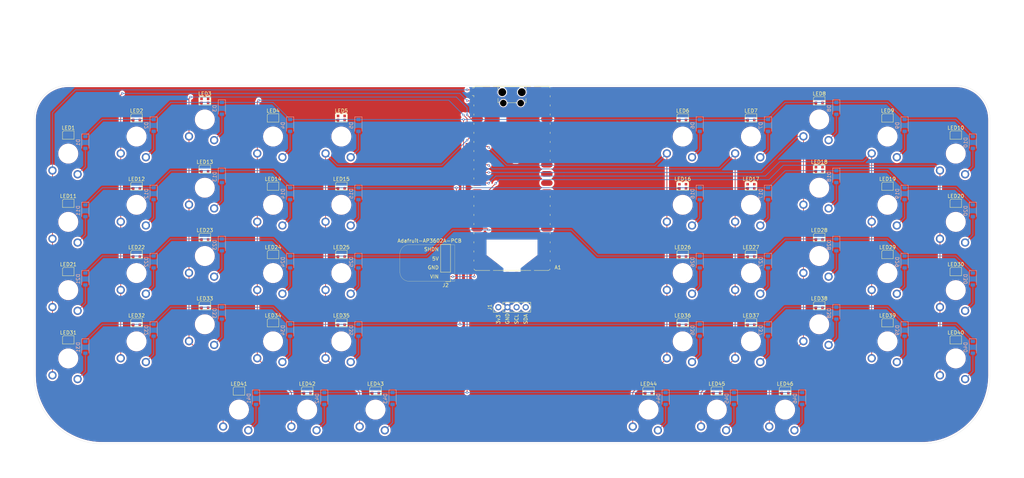
<source format=kicad_pcb>
(kicad_pcb (version 20241229) (generator "pcbnew") (generator_version "9.0")
  (layers (0 "F.Cu" signal) (2 "B.Cu" signal) (13 "F.Paste" user) (15 "B.Paste" user) (5 "F.SilkS" user "F.Silkscreen") (7 "B.SilkS" user "B.Silkscreen") (1 "F.Mask" user) (3 "B.Mask" user) (25 "Edge.Cuts" user))
  (net 0 "")
  (net 5 "I2C-SDA")
  (net 11 "OLED-power")
  (net 14 "I2C-SCL")
  (net 17 "row5")
  (net 18 "gnd")
  (net 19 "row1")
  (net 20 "col8")
  (net 21 "row3")
  (net 22 "row4")
  (net 23 "led-power")
  (net 24 "col6")
  (net 25 "col3")
  (net 26 "row2")
  (net 27 "col10")
  (net 28 "col9")
  (net 29 "col5")
  (net 30 "col2")
  (net 31 "col1")
  (net 32 "led-data")
  (net 33 "col4")
  (net 34 "col7")
  (net 35 "Net-(D1-A)")
  (net 36 "Net-(D2-A)")
  (net 37 "Net-(D3-A)")
  (net 38 "Net-(D4-A)")
  (net 39 "Net-(D5-A)")
  (net 40 "Net-(D6-A)")
  (net 41 "Net-(D7-A)")
  (net 42 "Net-(D8-A)")
  (net 43 "Net-(D9-A)")
  (net 44 "Net-(D10-A)")
  (net 45 "Net-(D11-A)")
  (net 46 "Net-(D12-A)")
  (net 47 "Net-(D13-A)")
  (net 48 "Net-(D14-A)")
  (net 49 "Net-(D15-A)")
  (net 50 "Net-(D16-A)")
  (net 51 "Net-(D17-A)")
  (net 52 "Net-(D18-A)")
  (net 53 "Net-(D19-A)")
  (net 54 "Net-(D20-A)")
  (net 55 "Net-(D21-A)")
  (net 56 "Net-(D22-A)")
  (net 57 "Net-(D23-A)")
  (net 58 "Net-(D24-A)")
  (net 59 "Net-(D25-A)")
  (net 60 "Net-(D26-A)")
  (net 61 "Net-(D27-A)")
  (net 62 "Net-(D28-A)")
  (net 63 "Net-(D29-A)")
  (net 64 "Net-(D30-A)")
  (net 65 "Net-(D31-A)")
  (net 66 "Net-(D32-A)")
  (net 67 "Net-(D33-A)")
  (net 68 "Net-(D34-A)")
  (net 69 "Net-(D35-A)")
  (net 70 "Net-(D36-A)")
  (net 71 "Net-(D37-A)")
  (net 72 "Net-(D38-A)")
  (net 73 "Net-(D39-A)")
  (net 74 "Net-(D40-A)")
  (net 75 "Net-(D41-A)")
  (net 76 "Net-(D42-A)")
  (net 77 "Net-(D43-A)")
  (net 78 "Net-(D44-A)")
  (net 79 "Net-(D45-A)")
  (net 80 "Net-(D46-A)")
  (net 81 "Net-(LED1-DOUT)")
  (net 82 "Net-(LED2-DOUT)")
  (net 83 "Net-(LED3-DOUT)")
  (net 84 "Net-(LED4-DOUT)")
  (net 85 "Net-(LED5-DOUT)")
  (net 86 "Net-(LED6-DOUT)")
  (net 87 "Net-(LED7-DOUT)")
  (net 88 "Net-(LED8-DOUT)")
  (net 89 "Net-(LED10-DIN)")
  (net 90 "Net-(LED10-DOUT)")
  (net 91 "Net-(LED11-DOUT)")
  (net 92 "Net-(LED12-DOUT)")
  (net 93 "Net-(LED13-DOUT)")
  (net 94 "Net-(LED14-DOUT)")
  (net 95 "Net-(LED15-DOUT)")
  (net 96 "Net-(LED16-DOUT)")
  (net 97 "Net-(LED17-DOUT)")
  (net 98 "Net-(LED18-DOUT)")
  (net 99 "Net-(LED19-DOUT)")
  (net 100 "Net-(LED20-DOUT)")
  (net 101 "Net-(LED21-DOUT)")
  (net 102 "Net-(LED22-DOUT)")
  (net 103 "Net-(LED23-DOUT)")
  (net 104 "Net-(LED24-DOUT)")
  (net 105 "Net-(LED25-DOUT)")
  (net 106 "Net-(LED26-DOUT)")
  (net 107 "Net-(LED27-DOUT)")
  (net 108 "Net-(LED28-DOUT)")
  (net 109 "Net-(LED29-DOUT)")
  (net 110 "Net-(LED30-DOUT)")
  (net 111 "Net-(LED31-DOUT)")
  (net 112 "Net-(LED32-DOUT)")
  (net 113 "Net-(LED33-DOUT)")
  (net 114 "Net-(LED34-DOUT)")
  (net 115 "Net-(LED35-DOUT)")
  (net 116 "Net-(LED36-DOUT)")
  (net 117 "Net-(LED37-DOUT)")
  (net 118 "Net-(LED38-DOUT)")
  (net 119 "Net-(LED39-DOUT)")
  (net 120 "Net-(LED40-DOUT)")
  (net 121 "Net-(LED41-DOUT)")
  (net 122 "Net-(LED42-DOUT)")
  (net 123 "Net-(LED43-DOUT)")
  (net 124 "Net-(LED44-DOUT)")
  (net 125 "Net-(LED45-DOUT)")
  (net 127 "Net-(A1-GPIO15)")
  (footprint "LED_SMD:LED_WS2812B-2020_PLCC4_2.0x2.0mm" (layer "F.Cu") (at 323 146.825)
    (property "Reference" "LED39")
    (property "Value" "WS2812B-2020")
  )
  (footprint "MX_V2:Gateron-KS33-Solderable-Template" (layer "F.Cu") (at 142.5 171)
    (property "Reference" "SW41")
    (property "Value" "SW_Push")
  )
  (footprint "MX_V2:Gateron-KS33-Solderable-Template" (layer "F.Cu") (at 304 109.25)
    (property "Reference" "SW18")
    (property "Value" "SW_Push")
  )
  (footprint "LED_SMD:LED_WS2812B-2020_PLCC4_2.0x2.0mm" (layer "F.Cu") (at 114 89.825)
    (property "Reference" "LED2")
    (property "Value" "WS2812B-2020")
  )
  (footprint "MX_V2:Gateron-KS33-Solderable-Template" (layer "F.Cu") (at 285 114)
    (property "Reference" "SW17")
    (property "Value" "SW_Push")
  )
  (footprint "LED_SMD:LED_WS2812B-2020_PLCC4_2.0x2.0mm" (layer "F.Cu") (at 171 89.825)
    (property "Reference" "LED5")
    (property "Value" "WS2812B-2020")
  )
  (footprint "MX_V2:Gateron-KS33-Solderable-Template" (layer "F.Cu") (at 133 147.25)
    (property "Reference" "SW33")
    (property "Value" "SW_Push")
  )
  (footprint "LED_SMD:LED_WS2812B-2020_PLCC4_2.0x2.0mm" (layer "F.Cu") (at 323 89.825)
    (property "Reference" "LED9")
    (property "Value" "WS2812B-2020")
  )
  (footprint "LED_SMD:LED_WS2812B-2020_PLCC4_2.0x2.0mm" (layer "F.Cu") (at 266 146.825)
    (property "Reference" "LED36")
    (property "Value" "WS2812B-2020")
  )
  (footprint "LED_SMD:LED_WS2812B-2020_PLCC4_2.0x2.0mm" (layer "F.Cu") (at 95 94.575)
    (property "Reference" "LED1")
    (property "Value" "WS2812B-2020")
  )
  (footprint "LED_SMD:LED_WS2812B-2020_PLCC4_2.0x2.0mm" (layer "F.Cu") (at 285 108.825)
    (property "Reference" "LED17")
    (property "Value" "WS2812B-2020")
  )
  (footprint "LED_SMD:LED_WS2812B-2020_PLCC4_2.0x2.0mm" (layer "F.Cu") (at 323 108.825)
    (property "Reference" "LED19")
    (property "Value" "WS2812B-2020")
  )
  (footprint "MX_V2:Gateron-KS33-Solderable-Template" (layer "F.Cu") (at 342 99.75)
    (property "Reference" "SW10")
    (property "Value" "SW_Push")
  )
  (footprint "LED_SMD:LED_WS2812B-2020_PLCC4_2.0x2.0mm" (layer "F.Cu") (at 256.5 165.825)
    (property "Reference" "LED44")
    (property "Value" "WS2812B-2020")
  )
  (footprint "MX_V2:Gateron-KS33-Solderable-Template" (layer "F.Cu") (at 95 99.75)
    (property "Reference" "SW1")
    (property "Value" "SW_Push")
  )
  (footprint "MX_V2:Gateron-KS33-Solderable-Template" (layer "F.Cu") (at 266 133)
    (property "Reference" "SW26")
    (property "Value" "SW_Push")
  )
  (footprint "LED_SMD:LED_WS2812B-2020_PLCC4_2.0x2.0mm" (layer "F.Cu") (at 304 104.075)
    (property "Reference" "LED18")
    (property "Value" "WS2812B-2020")
  )
  (footprint "MX_V2:Gateron-KS33-Solderable-Template" (layer "F.Cu") (at 256.5 171)
    (property "Reference" "SW44")
    (property "Value" "SW_Push")
  )
  (footprint "LED_SMD:LED_WS2812B-2020_PLCC4_2.0x2.0mm" (layer "F.Cu") (at 342 132.575)
    (property "Reference" "LED30")
    (property "Value" "WS2812B-2020")
  )
  (footprint "LED_SMD:LED_WS2812B-2020_PLCC4_2.0x2.0mm" (layer "F.Cu") (at 342 113.575)
    (property "Reference" "LED20")
    (property "Value" "WS2812B-2020")
  )
  (footprint "LED_SMD:LED_WS2812B-2020_PLCC4_2.0x2.0mm" (layer "F.Cu") (at 285 89.825)
    (property "Reference" "LED7")
    (property "Value" "WS2812B-2020")
  )
  (footprint "LED_SMD:LED_WS2812B-2020_PLCC4_2.0x2.0mm" (layer "F.Cu") (at 133 85.075)
    (property "Reference" "LED3")
    (property "Value" "WS2812B-2020")
  )
  (footprint "MX_V2:Gateron-KS33-Solderable-Template" (layer "F.Cu") (at 285 152)
    (property "Reference" "SW37")
    (property "Value" "SW_Push")
  )
  (footprint "MX_V2:Gateron-KS33-Solderable-Template" (layer "F.Cu") (at 114 114)
    (property "Reference" "SW12")
    (property "Value" "SW_Push")
  )
  (footprint "LED_SMD:LED_WS2812B-2020_PLCC4_2.0x2.0mm" (layer "F.Cu") (at 161.5 165.825)
    (property "Reference" "LED42")
    (property "Value" "WS2812B-2020")
  )
  (footprint "LED_SMD:LED_WS2812B-2020_PLCC4_2.0x2.0mm" (layer "F.Cu") (at 152 89.825)
    (property "Reference" "LED4")
    (property "Value" "WS2812B-2020")
  )
  (footprint "LED_SMD:LED_WS2812B-2020_PLCC4_2.0x2.0mm" (layer "F.Cu") (at 304 123.075)
    (property "Reference" "LED28")
    (property "Value" "WS2812B-2020")
  )
  (footprint "MX_V2:Gateron-KS33-Solderable-Template" (layer "F.Cu") (at 114 95)
    (property "Reference" "SW2")
    (property "Value" "SW_Push")
  )
  (footprint "MX_V2:Gateron-KS33-Solderable-Template" (layer "F.Cu") (at 342 137.75)
    (property "Reference" "SW30")
    (property "Value" "SW_Push")
  )
  (footprint "LED_SMD:LED_WS2812B-2020_PLCC4_2.0x2.0mm" (layer "F.Cu") (at 323 127.825)
    (property "Reference" "LED29")
    (property "Value" "WS2812B-2020")
  )
  (footprint "MX_V2:Gateron-KS33-Solderable-Template" (layer "F.Cu") (at 304 128.25)
    (property "Reference" "SW28")
    (property "Value" "SW_Push")
  )
  (footprint "MX_V2:Gateron-KS33-Solderable-Template" (layer "F.Cu") (at 114 152)
    (property "Reference" "SW32")
    (property "Value" "SW_Push")
  )
  (footprint "MX_V2:Gateron-KS33-Solderable-Template" (layer "F.Cu") (at 323 114)
    (property "Reference" "SW19")
    (property "Value" "SW_Push")
  )
  (footprint "MX_V2:Gateron-KS33-Solderable-Template" (layer "F.Cu") (at 152 114)
    (property "Reference" "SW14")
    (property "Value" "SW_Push")
  )
  (footprint "MX_V2:Gateron-KS33-Solderable-Template" (layer "F.Cu") (at 180.5 171)
    (property "Reference" "SW43")
    (property "Value" "SW_Push")
  )
  (footprint "MX_V2:Gateron-KS33-Solderable-Template" (layer "F.Cu") (at 323 152)
    (property "Reference" "SW39")
    (property "Value" "SW_Push")
  )
  (footprint "MX_V2:Gateron-KS33-Solderable-Template" (layer "F.Cu") (at 161.5 171)
    (property "Reference" "SW42")
    (property "Value" "SW_Push")
  )
  (footprint "LED_SMD:LED_WS2812B-2020_PLCC4_2.0x2.0mm" (layer "F.Cu") (at 95 113.575)
    (property "Reference" "LED11")
    (property "Value" "WS2812B-2020")
  )
  (footprint "LED_SMD:LED_WS2812B-2020_PLCC4_2.0x2.0mm" (layer "F.Cu") (at 266 108.825)
    (property "Reference" "LED16")
    (property "Value" "WS2812B-2020")
  )
  (footprint "Connector_PinHeader_2.54mm:PinHeader_1x04_P2.54mm_Vertical" (layer "F.Cu") (at 214.69 142.5 90)
    (property "Reference" "J1")
    (property "Value" "i2c_display")
  )
  (footprint "LED_SMD:LED_WS2812B-2020_PLCC4_2.0x2.0mm" (layer "F.Cu") (at 133 142.075)
    (property "Reference" "LED33")
    (property "Value" "WS2812B-2020")
  )
  (footprint "LED_SMD:LED_WS2812B-2020_PLCC4_2.0x2.0mm" (layer "F.Cu") (at 275.5 165.825)
    (property "Reference" "LED45")
    (property "Value" "WS2812B-2020")
  )
  (footprint "LED_SMD:LED_WS2812B-2020_PLCC4_2.0x2.0mm" (layer "F.Cu") (at 342 151.575)
    (property "Reference" "LED40")
    (property "Value" "WS2812B-2020")
  )
  (footprint "LED_SMD:LED_WS2812B-2020_PLCC4_2.0x2.0mm" (layer "F.Cu") (at 152 146.825)
    (property "Reference" "LED34")
    (property "Value" "WS2812B-2020")
  )
  (footprint "LED_SMD:LED_WS2812B-2020_PLCC4_2.0x2.0mm" (layer "F.Cu") (at 285 146.825)
    (property "Reference" "LED37")
    (property "Value" "WS2812B-2020")
  )
  (footprint "MX_V2:Gateron-KS33-Solderable-Template" (layer "F.Cu") (at 266 114)
    (property "Reference" "SW16")
    (property "Value" "SW_Push")
  )
  (footprint "MX_V2:Gateron-KS33-Solderable-Template" (layer "F.Cu") (at 133 128.25)
    (property "Reference" "SW23")
    (property "Value" "SW_Push")
  )
  (footprint "LED_SMD:LED_WS2812B-2020_PLCC4_2.0x2.0mm" (layer "F.Cu") (at 95 132.575)
    (property "Reference" "LED21")
    (property "Value" "WS2812B-2020")
  )
  (footprint "LED_SMD:LED_WS2812B-2020_PLCC4_2.0x2.0mm" (layer "F.Cu") (at 142.5 165.825)
    (property "Reference" "LED41")
    (property "Value" "WS2812B-2020")
  )
  (footprint "LED_SMD:LED_WS2812B-2020_PLCC4_2.0x2.0mm" (layer "F.Cu") (at 114 108.825)
    (property "Reference" "LED12")
    (property "Value" "WS2812B-2020")
  )
  (footprint "MX_V2:Gateron-KS33-Solderable-Template" (layer "F.Cu") (at 285 133)
    (property "Reference" "SW27")
    (property "Value" "SW_Push")
  )
  (footprint "MX_V2:Gateron-KS33-Solderable-Template" (layer "F.Cu") (at 133 109.25)
    (property "Reference" "SW13")
    (property "Value" "SW_Push")
  )
  (footprint "LED_SMD:LED_WS2812B-2020_PLCC4_2.0x2.0mm" (layer "F.Cu") (at 95 151.575)
    (property "Reference" "LED31")
    (property "Value" "WS2812B-2020")
  )
  (footprint "MX_V2:Gateron-KS33-Solderable-Template" (layer "F.Cu") (at 266 95)
    (property "Reference" "SW6")
    (property "Value" "SW_Push")
  )
  (footprint "LED_SMD:LED_WS2812B-2020_PLCC4_2.0x2.0mm" (layer "F.Cu") (at 304 142.075)
    (property "Reference" "LED38")
    (property "Value" "WS2812B-2020")
  )
  (footprint "MX_V2:Gateron-KS33-Solderable-Template" (layer "F.Cu") (at 294.5 171)
    (property "Reference" "SW46")
    (property "Value" "SW_Push")
  )
  (footprint "MX_V2:Gateron-KS33-Solderable-Template" (layer "F.Cu") (at 285 95)
    (property "Reference" "SW7")
    (property "Value" "SW_Push")
  )
  (footprint "LED_SMD:LED_WS2812B-2020_PLCC4_2.0x2.0mm" (layer "F.Cu") (at 133 123.075)
    (property "Reference" "LED23")
    (property "Value" "WS2812B-2020")
  )
  (footprint "MX_V2:Gateron-KS33-Solderable-Template" (layer "F.Cu") (at 323 133)
    (property "Reference" "SW29")
    (property "Value" "SW_Push")
  )
  (footprint "Connector_PinHeader_2.54mm:PinHeader_1x04_P2.54mm_Vertical" (layer "F.Cu") (at 200 134 180)
    (property "Reference" "J2")
    (property "Value" "Adafruit-AP3602A-PCB")
  )
  (footprint "MX_V2:Gateron-KS33-Solderable-Template" (layer "F.Cu") (at 95 156.75)
    (property "Reference" "SW31")
    (property "Value" "SW_Push")
  )
  (footprint "LED_SMD:LED_WS2812B-2020_PLCC4_2.0x2.0mm" (layer "F.Cu") (at 133 104.075)
    (property "Reference" "LED13")
    (property "Value" "WS2812B-2020")
  )
  (footprint "MX_V2:Gateron-KS33-Solderable-Template" (layer "F.Cu") (at 152 133)
    (property "Reference" "SW24")
    (property "Value" "SW_Push")
  )
  (footprint "LED_SMD:LED_WS2812B-2020_PLCC4_2.0x2.0mm" (layer "F.Cu") (at 171 127.825)
    (property "Reference" "LED25")
    (property "Value" "WS2812B-2020")
  )
  (footprint "LED_SMD:LED_WS2812B-2020_PLCC4_2.0x2.0mm" (layer "F.Cu") (at 114 127.825)
    (property "Reference" "LED22")
    (property "Value" "WS2812B-2020")
  )
  (footprint "LED_SMD:LED_WS2812B-2020_PLCC4_2.0x2.0mm" (layer "F.Cu") (at 304 85.075)
    (property "Reference" "LED8")
    (property "Value" "WS2812B-2020")
  )
  (footprint "LED_SMD:LED_WS2812B-2020_PLCC4_2.0x2.0mm" (layer "F.Cu") (at 294.5 165.825)
    (property "Reference" "LED46")
    (property "Value" "WS2812B-2020")
  )
  (footprint "MX_V2:Gateron-KS33-Solderable-Template" (layer "F.Cu") (at 152 152)
    (property "Reference" "SW34")
    (property "Value" "SW_Push")
  )
  (footprint "MX_V2:Gateron-KS33-Solderable-Template" (layer "F.Cu") (at 171 114)
    (property "Reference" "SW15")
    (property "Value" "SW_Push")
  )
  (footprint "LED_SMD:LED_WS2812B-2020_PLCC4_2.0x2.0mm" (layer "F.Cu") (at 114 146.825)
    (property "Reference" "LED32")
    (property "Value" "WS2812B-2020")
  )
  (footprint "MX_V2:Gateron-KS33-Solderable-Template" (layer "F.Cu") (at 171 95)
    (property "Reference" "SW5")
    (property "Value" "SW_Push")
  )
  (footprint "MX_V2:Gateron-KS33-Solderable-Template" (layer "F.Cu") (at 95 118.75)
    (property "Reference" "SW11")
    (property "Value" "SW_Push")
  )
  (footprint "LED_SMD:LED_WS2812B-2020_PLCC4_2.0x2.0mm" (layer "F.Cu") (at 342 94.575)
    (property "Reference" "LED10")
    (property "Value" "WS2812B-2020")
  )
  (footprint "Module:RaspberryPi_Pico_Common_SMD" (layer "F.Cu") (at 218.5 106.66)
    (property "Reference" "A1")
    (property "Value" "RaspberryPi_Pico")
  )
  (footprint "LED_SMD:LED_WS2812B-2020_PLCC4_2.0x2.0mm" (layer "F.Cu") (at 152 127.825)
    (property "Reference" "LED24")
    (property "Value" "WS2812B-2020")
  )
  (footprint "MX_V2:Gateron-KS33-Solderable-Template" (layer "F.Cu") (at 133 90.25)
    (property "Reference" "SW3")
    (property "Value" "SW_Push")
  )
  (footprint "MX_V2:Gateron-KS33-Solderable-Template" (layer "F.Cu") (at 266 152)
    (property "Reference" "SW36")
    (property "Value" "SW_Push")
  )
  (footprint "MX_V2:Gateron-KS33-Solderable-Template" (layer "F.Cu") (at 95 137.75)
    (property "Reference" "SW21")
    (property "Value" "SW_Push")
  )
  (footprint "MX_V2:Gateron-KS33-Solderable-Template" (layer "F.Cu") (at 304 147.25)
    (property "Reference" "SW38")
    (property "Value" "SW_Push")
  )
  (footprint "MX_V2:Gateron-KS33-Solderable-Template" (layer "F.Cu") (at 171 133)
    (property "Reference" "SW25")
    (property "Value" "SW_Push")
  )
  (footprint "MX_V2:Gateron-KS33-Solderable-Template" (layer "F.Cu") (at 342 156.75)
    (property "Reference" "SW40")
    (property "Value" "SW_Push")
  )
  (footprint "LED_SMD:LED_WS2812B-2020_PLCC4_2.0x2.0mm" (layer "F.Cu") (at 180.5 165.825)
    (property "Reference" "LED43")
    (property "Value" "WS2812B-2020")
  )
  (footprint "LED_SMD:LED_WS2812B-2020_PLCC4_2.0x2.0mm" (layer "F.Cu") (at 285 127.825)
    (property "Reference" "LED27")
    (property "Value" "WS2812B-2020")
  )
  (footprint "MX_V2:Gateron-KS33-Solderable-Template" (layer "F.Cu") (at 323 95)
    (property "Reference" "SW9")
    (property "Value" "SW_Push")
  )
  (footprint "MX_V2:Gateron-KS33-Solderable-Template" (layer "F.Cu") (at 171 152)
    (property "Reference" "SW35")
    (property "Value" "SW_Push")
  )
  (footprint "MX_V2:Gateron-KS33-Solderable-Template" (layer "F.Cu") (at 342 118.75)
    (property "Reference" "SW20")
    (property "Value" "SW_Push")
  )
  (footprint "LED_SMD:LED_WS2812B-2020_PLCC4_2.0x2.0mm" (layer "F.Cu") (at 266 127.825)
    (property "Reference" "LED26")
    (property "Value" "WS2812B-2020")
  )
  (footprint "MX_V2:Gateron-KS33-Solderable-Template" (layer "F.Cu") (at 114 133)
    (property "Reference" "SW22")
    (property "Value" "SW_Push")
  )
  (footprint "LED_SMD:LED_WS2812B-2020_PLCC4_2.0x2.0mm" (layer "F.Cu") (at 171 108.825)
    (property "Reference" "LED15")
    (property "Value" "WS2812B-2020")
  )
  (footprint "MX_V2:Gateron-KS33-Solderable-Template" (layer "F.Cu") (at 304 90.25)
    (property "Reference" "SW8")
    (property "Value" "SW_Push")
  )
  (footprint "MX_V2:Gateron-KS33-Solderable-Template" (layer "F.Cu") (at 152 95)
    (property "Reference" "SW4")
    (property "Value" "SW_Push")
  )
  (footprint "LED_SMD:LED_WS2812B-2020_PLCC4_2.0x2.0mm" (layer "F.Cu") (at 171 146.825)
    (property "Reference" "LED35")
    (property "Value" "WS2812B-2020")
  )
  (footprint "LED_SMD:LED_WS2812B-2020_PLCC4_2.0x2.0mm" (layer "F.Cu") (at 152 108.825)
    (property "Reference" "LED14")
    (property "Value" "WS2812B-2020")
  )
  (footprint "LED_SMD:LED_WS2812B-2020_PLCC4_2.0x2.0mm" (layer "F.Cu") (at 266 89.825)
    (property "Reference" "LED6")
    (property "Value" "WS2812B-2020")
  )
  (footprint "MX_V2:Gateron-KS33-Solderable-Template" (layer "F.Cu") (at 275.5 171)
    (property "Reference" "SW45")
    (property "Value" "SW_Push")
  )
  (footprint "Diode_SMD:D_SOD-123" (layer "B.Cu") (at 118.75 110.9 -90)
    (property "Reference" "D12")
    (property "Value" "1N4148W")
  )
  (footprint "Diode_SMD:D_SOD-123" (layer "B.Cu") (at 118.75 91.9 -90)
    (property "Reference" "D2")
    (property "Value" "1N4148W")
  )
  (footprint "Diode_SMD:D_SOD-123" (layer "B.Cu") (at 327.75 148.9 -90)
    (property "Reference" "D39")
    (property "Value" "1N4148W")
  )
  (footprint "Diode_SMD:D_SOD-123" (layer "B.Cu") (at 327.75 91.9 -90)
    (property "Reference" "D9")
    (property "Value" "1N4148W")
  )
  (footprint "Diode_SMD:D_SOD-123" (layer "B.Cu") (at 327.75 129.9 -90)
    (property "Reference" "D29")
    (property "Value" "1N4148W")
  )
  (footprint "Diode_SMD:D_SOD-123" (layer "B.Cu") (at 137.75 106.15 -90)
    (property "Reference" "D13")
    (property "Value" "1N4148W")
  )
  (footprint "Diode_SMD:D_SOD-123" (layer "B.Cu") (at 346.75 134.65 -90)
    (property "Reference" "D30")
    (property "Value" "1N4148W")
  )
  (footprint "Diode_SMD:D_SOD-123" (layer "B.Cu") (at 308.75 144.15 -90)
    (property "Reference" "D38")
    (property "Value" "1N4148W")
  )
  (footprint "Diode_SMD:D_SOD-123" (layer "B.Cu") (at 289.75 91.9 -90)
    (property "Reference" "D7")
    (property "Value" "1N4148W")
  )
  (footprint "Diode_SMD:D_SOD-123" (layer "B.Cu") (at 118.75 129.9 -90)
    (property "Reference" "D22")
    (property "Value" "1N4148W")
  )
  (footprint "Diode_SMD:D_SOD-123" (layer "B.Cu") (at 270.75 148.9 -90)
    (property "Reference" "D36")
    (property "Value" "1N4148W")
  )
  (footprint "Diode_SMD:D_SOD-123" (layer "B.Cu") (at 137.75 125.15 -90)
    (property "Reference" "D23")
    (property "Value" "1N4148W")
  )
  (footprint "Diode_SMD:D_SOD-123" (layer "B.Cu") (at 308.75 87.15 -90)
    (property "Reference" "D8")
    (property "Value" "1N4148W")
  )
  (footprint "Diode_SMD:D_SOD-123" (layer "B.Cu") (at 289.75 129.9 -90)
    (property "Reference" "D27")
    (property "Value" "1N4148W")
  )
  (footprint "Diode_SMD:D_SOD-123" (layer "B.Cu") (at 346.75 153.65 -90)
    (property "Reference" "D40")
    (property "Value" "1N4148W")
  )
  (footprint "Diode_SMD:D_SOD-123" (layer "B.Cu") (at 280.25 167.9 -90)
    (property "Reference" "D45")
    (property "Value" "1N4148W")
  )
  (footprint "Diode_SMD:D_SOD-123" (layer "B.Cu") (at 99.75 153.65 -90)
    (property "Reference" "D31")
    (property "Value" "1N4148W")
  )
  (footprint "Diode_SMD:D_SOD-123" (layer "B.Cu") (at 99.75 134.65 -90)
    (property "Reference" "D21")
    (property "Value" "1N4148W")
  )
  (footprint "Diode_SMD:D_SOD-123" (layer "B.Cu") (at 156.75 129.9 -90)
    (property "Reference" "D24")
    (property "Value" "1N4148W")
  )
  (footprint "Diode_SMD:D_SOD-123" (layer "B.Cu") (at 270.75 110.9 -90)
    (property "Reference" "D16")
    (property "Value" "1N4148W")
  )
  (footprint "Diode_SMD:D_SOD-123" (layer "B.Cu") (at 175.75 129.9 -90)
    (property "Reference" "D25")
    (property "Value" "1N4148W")
  )
  (footprint "Diode_SMD:D_SOD-123" (layer "B.Cu") (at 175.75 148.9 -90)
    (property "Reference" "D35")
    (property "Value" "1N4148W")
  )
  (footprint "Diode_SMD:D_SOD-123" (layer "B.Cu") (at 308.75 106.15 -90)
    (property "Reference" "D18")
    (property "Value" "1N4148W")
  )
  (footprint "Diode_SMD:D_SOD-123" (layer "B.Cu") (at 156.75 91.9 -90)
    (property "Reference" "D4")
    (property "Value" "1N4148W")
  )
  (footprint "Diode_SMD:D_SOD-123" (layer "B.Cu") (at 118.75 148.9 -90)
    (property "Reference" "D32")
    (property "Value" "1N4148W")
  )
  (footprint "Diode_SMD:D_SOD-123" (layer "B.Cu") (at 289.75 110.9 -90)
    (property "Reference" "D17")
    (property "Value" "1N4148W")
  )
  (footprint "Diode_SMD:D_SOD-123" (layer "B.Cu") (at 137.75 144.15 -90)
    (property "Reference" "D33")
    (property "Value" "1N4148W")
  )
  (footprint "Diode_SMD:D_SOD-123" (layer "B.Cu") (at 175.75 91.9 -90)
    (property "Reference" "D5")
    (property "Value" "1N4148W")
  )
  (footprint "Diode_SMD:D_SOD-123" (layer "B.Cu") (at 261.25 167.9 -90)
    (property "Reference" "D44")
    (property "Value" "1N4148W")
  )
  (footprint "Diode_SMD:D_SOD-123" (layer "B.Cu") (at 99.75 96.65 -90)
    (property "Reference" "D1")
    (property "Value" "1N4148W")
  )
  (footprint "Diode_SMD:D_SOD-123" (layer "B.Cu") (at 346.75 115.65 -90)
    (property "Reference" "D20")
    (property "Value" "1N4148W")
  )
  (footprint "Diode_SMD:D_SOD-123" (layer "B.Cu") (at 156.75 110.9 -90)
    (property "Reference" "D14")
    (property "Value" "1N4148W")
  )
  (footprint "Diode_SMD:D_SOD-123" (layer "B.Cu") (at 270.75 91.9 -90)
    (property "Reference" "D6")
    (property "Value" "1N4148W")
  )
  (footprint "Diode_SMD:D_SOD-123" (layer "B.Cu") (at 299.25 167.9 -90)
    (property "Reference" "D46")
    (property "Value" "1N4148W")
  )
  (footprint "Diode_SMD:D_SOD-123" (layer "B.Cu") (at 175.75 110.9 -90)
    (property "Reference" "D15")
    (property "Value" "1N4148W")
  )
  (footprint "Diode_SMD:D_SOD-123" (layer "B.Cu") (at 270.75 129.9 -90)
    (property "Reference" "D26")
    (property "Value" "1N4148W")
  )
  (footprint "Diode_SMD:D_SOD-123" (layer "B.Cu") (at 166.25 167.9 -90)
    (property "Reference" "D42")
    (property "Value" "1N4148W")
  )
  (footprint "Diode_SMD:D_SOD-123" (layer "B.Cu") (at 327.75 110.9 -90)
    (property "Reference" "D19")
    (property "Value" "1N4148W")
  )
  (footprint "Diode_SMD:D_SOD-123" (layer "B.Cu") (at 289.75 148.9 -90)
    (property "Reference" "D37")
    (property "Value" "1N4148W")
  )
  (footprint "Diode_SMD:D_SOD-123" (layer "B.Cu") (at 308.75 125.15 -90)
    (property "Reference" "D28")
    (property "Value" "1N4148W")
  )
  (footprint "Diode_SMD:D_SOD-123" (layer "B.Cu") (at 156.75 148.9 -90)
    (property "Reference" "D34")
    (property "Value" "1N4148W")
  )
  (footprint "Diode_SMD:D_SOD-123" (layer "B.Cu") (at 147.25 167.9 -90)
    (property "Reference" "D41")
    (property "Value" "1N4148W")
  )
  (footprint "Diode_SMD:D_SOD-123" (layer "B.Cu") (at 185.25 167.9 -90)
    (property "Reference" "D43")
    (property "Value" "1N4148W")
  )
  (footprint "Diode_SMD:D_SOD-123" (layer "B.Cu") (at 99.75 115.65 -90)
    (property "Reference" "D11")
    (property "Value" "1N4148W")
  )
  (footprint "Diode_SMD:D_SOD-123" (layer "B.Cu") (at 137.75 87.15 -90)
    (property "Reference" "D3")
    (property "Value" "1N4148W")
  )
  (footprint "Diode_SMD:D_SOD-123" (layer "B.Cu") (at 346.75 96.65 -90)
    (property "Reference" "D10")
    (property "Value" "1N4148W")
  )
  (gr_arc (start 189.84 135.27) (mid 188.043949 134.526051) (end 187.3 132.73) (stroke (width 0.05)) (layer "F.SilkS"))
  (gr_line (start 202.54 135.27) (end 189.84 135.27) (stroke (width 0.05)) (layer "F.SilkS"))
  (gr_line (start 202.54 125.11) (end 202.54 135.27) (stroke (width 0.05)) (layer "F.SilkS"))
  (gr_arc (start 187.3 127.65) (mid 188.043949 125.853949) (end 189.84 125.11) (stroke (width 0.05)) (layer "F.SilkS"))
  (gr_line (start 189.84 125.11) (end 202.54 125.11) (stroke (width 0.05)) (layer "F.SilkS"))
  (gr_line (start 187.3 132.73) (end 187.3 127.65) (stroke (width 0.05)) (layer "F.SilkS"))
  (gr_line (start 104.5 180.5) (end 332.5 180.5) (stroke (width 0.05)) (layer "Edge.Cuts"))
  (gr_line (start 85.5 90.25) (end 85.5 161.5) (stroke (width 0.05)) (layer "Edge.Cuts"))
  (gr_arc (start 85.5 90.25) (mid 88.282486 83.532486) (end 95 80.75) (stroke (width 0.05)) (layer "Edge.Cuts"))
  (gr_arc (start 104.5 180.5) (mid 91.064971 174.935029) (end 85.5 161.5) (stroke (width 0.05)) (layer "Edge.Cuts"))
  (gr_arc (start 342 80.75) (mid 348.717514 83.532486) (end 351.5 90.25) (stroke (width 0.05)) (layer "Edge.Cuts"))
  (gr_line (start 95 80.75) (end 342 80.75) (stroke (width 0.05)) (layer "Edge.Cuts"))
  (gr_arc (start 351.5 161.5) (mid 345.935029 174.935029) (end 332.5 180.5) (stroke (width 0.05)) (layer "Edge.Cuts"))
  (gr_line (start 351.5 90.25) (end 351.5 161.5) (stroke (width 0.05)) (layer "Edge.Cuts"))
  (gr_text "SCL\n" (at 219.77 147.32 90) (layer "F.SilkS") (effects (font (size 1 1)) (justify left)))
  (gr_text "SDA" (at 222.31 147.32 90) (layer "F.SilkS") (effects (font (size 1 1)) (justify left)))
  (gr_text "5V\n" (at 198.19 129 0) (layer "F.SilkS") (effects (font (size 1 1)) (justify right)))
  (gr_text "3v3" (at 214.69 147.32 90) (layer "F.SilkS") (effects (font (size 1 1)) (justify left)))
  (gr_text "SHDN" (at 198.19 126.38 0) (layer "F.SilkS") (effects (font (size 1 1)) (justify right)))
  (gr_text "VIN" (at 198.19 134 0) (layer "F.SilkS") (effects (font (size 1 1)) (justify right)))
  (gr_text "GND" (at 198.19 131.46 0) (layer "F.SilkS") (effects (font (size 1 1)) (justify right)))
  (gr_text "GND\n" (at 217.23 147.32 90) (layer "F.SilkS") (effects (font (size 1 1)) (justify left)))
  (segment (start 206 129) (end 206 166.25) (width 0.2) (layer "F.Cu") (net 17))
  (segment (start 208.81 128.25) (end 206.75 128.25) (width 0.2) (layer "F.Cu") (net 17))
  (segment (start 206.75 128.25) (end 206 129) (width 0.2) (layer "F.Cu") (net 17))
  (via (at 206 166.25) (size 0.6) (drill 0.3) (layers "F.Cu" "B.Cu") (net 17))
  (segment (start 185.25 166.25) (end 204 166.25) (width 0.2) (layer "B.Cu") (net 17))
  (segment (start 204 166.25) (end 206 166.25) (width 0.2) (layer "B.Cu") (net 17))
  (segment (start 280.25 166.25) (end 261.25 166.25) (width 0.2) (layer "B.Cu") (net 17))
  (segment (start 206 166.25) (end 261.25 166.25) (width 0.2) (layer "B.Cu") (net 17))
  (segment (start 185.25 166.25) (end 166.25 166.25) (width 0.2) (layer "B.Cu") (net 17))
  (segment (start 299.25 166.25) (end 280.25 166.25) (width 0.2) (layer "B.Cu") (net 17))
  (segment (start 166.25 166.25) (end 147.25 166.25) (width 0.2) (layer "B.Cu") (net 17))
  (segment (start 206.55 115.55) (end 205 114) (width 0.2) (layer "F.Cu") (net 19))
  (segment (start 208.81 115.55) (end 206.55 115.55) (width 0.2) (layer "F.Cu") (net 19))
  (segment (start 205 114) (end 205 90.25) (width 0.2) (layer "F.Cu") (net 19))
  (via (at 205 90.25) (size 0.6) (drill 0.3) (layers "F.Cu" "B.Cu") (net 19))
  (segment (start 118.75 90.25) (end 123.5 85.5) (width 0.2) (layer "B.Cu") (net 19))
  (segment (start 152 85.5) (end 156.75 90.25) (width 0.2) (layer "B.Cu") (net 19))
  (segment (start 323 85.5) (end 308.75 85.5) (width 0.2) (layer "B.Cu") (net 19))
  (segment (start 156.75 90.25) (end 175.75 90.25) (width 0.2) (layer "B.Cu") (net 19))
  (segment (start 270.75 90.25) (end 205 90.25) (width 0.2) (layer "B.Cu") (net 19))
  (segment (start 137.75 85.5) (end 152 85.5) (width 0.2) (layer "B.Cu") (net 19))
  (segment (start 289.75 90.25) (end 294.5 85.5) (width 0.2) (layer "B.Cu") (net 19))
  (segment (start 327.75 90.25) (end 323 85.5) (width 0.2) (layer "B.Cu") (net 19))
  (segment (start 104.5 90.25) (end 118.75 90.25) (width 0.2) (layer "B.Cu") (net 19))
  (segment (start 342 90.25) (end 327.75 90.25) (width 0.2) (layer "B.Cu") (net 19))
  (segment (start 346.75 95) (end 342 90.25) (width 0.2) (layer "B.Cu") (net 19))
  (segment (start 294.5 85.5) (end 308.75 85.5) (width 0.2) (layer "B.Cu") (net 19))
  (segment (start 123.5 85.5) (end 137.75 85.5) (width 0.2) (layer "B.Cu") (net 19))
  (segment (start 99.75 95) (end 104.5 90.25) (width 0.2) (layer "B.Cu") (net 19))
  (segment (start 205 90.25) (end 175.75 90.25) (width 0.2) (layer "B.Cu") (net 19))
  (segment (start 270.75 90.25) (end 289.75 90.25) (width 0.2) (layer "B.Cu") (net 19))
  (segment (start 299.6 113.95) (end 299.6 94.95) (width 0.2) (layer "F.Cu") (net 20))
  (segment (start 299.6 151.95) (end 290.1 161.45) (width 0.2) (layer "F.Cu") (net 20))
  (segment (start 212 105) (end 211 105) (width 0.2) (layer "F.Cu") (net 20))
  (segment (start 210.61 105.39) (end 208.81 105.39) (width 0.2) (layer "F.Cu") (net 20))
  (segment (start 211 105) (end 210.61 105.39) (width 0.2) (layer "F.Cu") (net 20))
  (segment (start 299.6 132.95) (end 299.6 113.95) (width 0.2) (layer "F.Cu") (net 20))
  (segment (start 299.6 151.95) (end 299.6 132.95) (width 0.2) (layer "F.Cu") (net 20))
  (segment (start 290.1 161.45) (end 290.1 175.7) (width 0.2) (layer "F.Cu") (net 20))
  (via (at 212 105) (size 0.6) (drill 0.3) (layers "F.Cu" "B.Cu") (net 20))
  (segment (start 298.05 94.95) (end 288 105) (width 0.2) (layer "B.Cu") (net 20))
  (segment (start 285 105) (end 233 105) (width 0.2) (layer "B.Cu") (net 20))
  (segment (start 233 105) (end 212 105) (width 0.2) (layer "B.Cu") (net 20))
  (segment (start 299.6 94.95) (end 298.05 94.95) (width 0.2) (layer "B.Cu") (net 20))
  (segment (start 288 105) (end 285 105) (width 0.2) (layer "B.Cu") (net 20))
  (segment (start 211.63 120.63) (end 212 121) (width 0.2) (layer "F.Cu") (net 21))
  (segment (start 208.81 120.63) (end 211.63 120.63) (width 0.2) (layer "F.Cu") (net 21))
  (via (at 212 121) (size 0.6) (drill 0.3) (layers "F.Cu" "B.Cu") (net 21))
  (segment (start 156.75 128.25) (end 175.75 128.25) (width 0.2) (layer "B.Cu") (net 21))
  (segment (start 308.75 123.5) (end 323 123.5) (width 0.2) (layer "B.Cu") (net 21))
  (segment (start 294.5 123.5) (end 308.75 123.5) (width 0.2) (layer "B.Cu") (net 21))
  (segment (start 327.75 128.25) (end 342 128.25) (width 0.2) (layer "B.Cu") (net 21))
  (segment (start 104.5 128.25) (end 118.75 128.25) (width 0.2) (layer "B.Cu") (net 21))
  (segment (start 118.75 128.25) (end 123.5 123.5) (width 0.2) (layer "B.Cu") (net 21))
  (segment (start 235 121) (end 242.25 128.25) (width 0.2) (layer "B.Cu") (net 21))
  (segment (start 289.75 128.25) (end 294.5 123.5) (width 0.2) (layer "B.Cu") (net 21))
  (segment (start 212 121) (end 235 121) (width 0.2) (layer "B.Cu") (net 21))
  (segment (start 194.75 128.25) (end 202 121) (width 0.2) (layer "B.Cu") (net 21))
  (segment (start 137.75 123.5) (end 152 123.5) (width 0.2) (layer "B.Cu") (net 21))
  (segment (start 99.75 133) (end 104.5 128.25) (width 0.2) (layer "B.Cu") (net 21))
  (segment (start 175.75 128.25) (end 194.75 128.25) (width 0.2) (layer "B.Cu") (net 21))
  (segment (start 202 121) (end 212 121) (width 0.2) (layer "B.Cu") (net 21))
  (segment (start 270.75 128.25) (end 289.75 128.25) (width 0.2) (layer "B.Cu") (net 21))
  (segment (start 123.5 123.5) (end 137.75 123.5) (width 0.2) (layer "B.Cu") (net 21))
  (segment (start 152 123.5) (end 156.75 128.25) (width 0.2) (layer "B.Cu") (net 21))
  (segment (start 342 128.25) (end 346.75 133) (width 0.2) (layer "B.Cu") (net 21))
  (segment (start 323 123.5) (end 327.75 128.25) (width 0.2) (layer "B.Cu") (net 21))
  (segment (start 242.25 128.25) (end 270.75 128.25) (width 0.2) (layer "B.Cu") (net 21))
  (segment (start 204 124) (end 204 147.25) (width 0.2) (layer "F.Cu") (net 22))
  (segment (start 204.83 123.17) (end 204 124) (width 0.2) (layer "F.Cu") (net 22))
  (segment (start 208.81 123.17) (end 204.83 123.17) (width 0.2) (layer "F.Cu") (net 22))
  (via (at 204 147.25) (size 0.6) (drill 0.3) (layers "F.Cu" "B.Cu") (net 22))
  (segment (start 294.5 142.5) (end 289.75 147.25) (width 0.2) (layer "B.Cu") (net 22))
  (segment (start 308.75 142.5) (end 294.5 142.5) (width 0.2) (layer "B.Cu") (net 22))
  (segment (start 137.75 142.5) (end 152 142.5) (width 0.2) (layer "B.Cu") (net 22))
  (segment (start 99.75 152) (end 104.5 147.25) (width 0.2) (layer "B.Cu") (net 22))
  (segment (start 346.75 152) (end 342 147.25) (width 0.2) (layer "B.Cu") (net 22))
  (segment (start 175.75 147.25) (end 201 147.25) (width 0.2) (layer "B.Cu") (net 22))
  (segment (start 323 142.5) (end 308.75 142.5) (width 0.2) (layer "B.Cu") (net 22))
  (segment (start 204 147.25) (end 270.75 147.25) (width 0.2) (layer "B.Cu") (net 22))
  (segment (start 123.5 142.5) (end 137.75 142.5) (width 0.2) (layer "B.Cu") (net 22))
  (segment (start 156.75 147.25) (end 175.75 147.25) (width 0.2) (layer "B.Cu") (net 22))
  (segment (start 289.75 147.25) (end 270.75 147.25) (width 0.2) (layer "B.Cu") (net 22))
  (segment (start 152 142.5) (end 156.75 147.25) (width 0.2) (layer "B.Cu") (net 22))
  (segment (start 201 147.25) (end 204 147.25) (width 0.2) (layer "B.Cu") (net 22))
  (segment (start 327.75 147.25) (end 323 142.5) (width 0.2) (layer "B.Cu") (net 22))
  (segment (start 104.5 147.25) (end 118.75 147.25) (width 0.2) (layer "B.Cu") (net 22))
  (segment (start 118.75 147.25) (end 123.5 142.5) (width 0.2) (layer "B.Cu") (net 22))
  (segment (start 342 147.25) (end 327.75 147.25) (width 0.2) (layer "B.Cu") (net 22))
  (segment (start 261.6 118.7) (end 261.6 99.7) (width 0.2) (layer "F.Cu") (net 24))
  (segment (start 212 98) (end 211.77 97.77) (width 0.2) (layer "F.Cu") (net 24))
  (segment (start 261.6 156.7) (end 252.1 166.2) (width 0.2) (layer "F.Cu") (net 24))
  (segment (start 261.6 156.7) (end 261.6 137.7) (width 0.2) (layer "F.Cu") (net 24))
  (segment (start 211.77 97.77) (end 208.81 97.77) (width 0.2) (layer "F.Cu") (net 24))
  (segment (start 261.6 137.7) (end 261.6 118.7) (width 0.2) (layer "F.Cu") (net 24))
  (segment (start 252.1 166.2) (end 252.1 175.7) (width 0.2) (layer "F.Cu") (net 24))
  (via (at 212 98) (size 0.6) (drill 0.3) (layers "F.Cu" "B.Cu") (net 24))
  (segment (start 256 103) (end 233 103) (width 0.2) (layer "B.Cu") (net 24))
  (segment (start 258.3 103) (end 256 103) (width 0.2) (layer "B.Cu") (net 24))
  (segment (start 261.6 99.7) (end 258.3 103) (width 0.2) (layer "B.Cu") (net 24))
  (segment (start 217 103) (end 212 98) (width 0.2) (layer "B.Cu") (net 24))
  (segment (start 233 103) (end 217 103) (width 0.2) (layer "B.Cu") (net 24))
  (segment (start 138.1 161.45) (end 138.1 175.7) (width 0.2) (layer "F.Cu") (net 25))
  (segment (start 128.6 151.95) (end 128.6 132.95) (width 0.2) (layer "F.Cu") (net 25))
  (segment (start 128.6 132.95) (end 128.6 113.95) (width 0.2) (layer "F.Cu") (net 25))
  (segment (start 206 89) (end 207.15 90.15) (width 0.2) (layer "F.Cu") (net 25))
  (segment (start 207.15 90.15) (end 208.81 90.15) (width 0.2) (layer "F.Cu") (net 25))
  (segment (start 128.6 84.4) (end 129 84) (width 0.2) (layer "F.Cu") (net 25))
  (segment (start 128.6 94.95) (end 128.6 84.4) (width 0.2) (layer "F.Cu") (net 25))
  (segment (start 128.6 94.95) (end 128.6 113.95) (width 0.2) (layer "F.Cu") (net 25))
  (segment (start 128.6 151.95) (end 138.1 161.45) (width 0.2) (layer "F.Cu") (net 25))
  (via (at 129 84) (size 0.6) (drill 0.3) (layers "F.Cu" "B.Cu") (net 25))
  (via (at 206 89) (size 0.6) (drill 0.3) (layers "F.Cu" "B.Cu") (net 25))
  (segment (start 203 84) (end 206 87) (width 0.2) (layer "B.Cu") (net 25))
  (segment (start 206 87) (end 206 89) (width 0.2) (layer "B.Cu") (net 25))
  (segment (start 129 84) (end 203 84) (width 0.2) (layer "B.Cu") (net 25))
  (segment (start 208.81 118.09) (end 205.09 118.09) (width 0.2) (layer "F.Cu") (net 26))
  (segment (start 203 116) (end 203 109.25) (width 0.2) (layer "F.Cu") (net 26))
  (segment (start 205.09 118.09) (end 203 116) (width 0.2) (layer "F.Cu") (net 26))
  (via (at 203 109.25) (size 0.6) (drill 0.3) (layers "F.Cu" "B.Cu") (net 26))
  (segment (start 346.75 114) (end 342 109.25) (width 0.2) (layer "B.Cu") (net 26))
  (segment (start 99.75 114) (end 104.5 109.25) (width 0.2) (layer "B.Cu") (net 26))
  (segment (start 203 109.25) (end 270.75 109.25) (width 0.2) (layer "B.Cu") (net 26))
  (segment (start 104.5 109.25) (end 118.75 109.25) (width 0.2) (layer "B.Cu") (net 26))
  (segment (start 156.75 109.25) (end 175.75 109.25) (width 0.2) (layer "B.Cu") (net 26))
  (segment (start 323 104.5) (end 308.75 104.5) (width 0.2) (layer "B.Cu") (net 26))
  (segment (start 152 104.5) (end 156.75 109.25) (width 0.2) (layer "B.Cu") (net 26))
  (segment (start 137.75 104.5) (end 152 104.5) (width 0.2) (layer "B.Cu") (net 26))
  (segment (start 123.5 104.5) (end 137.75 104.5) (width 0.2) (layer "B.Cu") (net 26))
  (segment (start 118.75 109.25) (end 123.5 104.5) (width 0.2) (layer "B.Cu") (net 26))
  (segment (start 294.5 104.5) (end 308.75 104.5) (width 0.2) (layer "B.Cu") (net 26))
  (segment (start 175.75 109.25) (end 203 109.25) (width 0.2) (layer "B.Cu") (net 26))
  (segment (start 270.75 109.25) (end 289.75 109.25) (width 0.2) (layer "B.Cu") (net 26))
  (segment (start 342 109.25) (end 327.75 109.25) (width 0.2) (layer "B.Cu") (net 26))
  (segment (start 289.75 109.25) (end 294.5 104.5) (width 0.2) (layer "B.Cu") (net 26))
  (segment (start 327.75 109.25) (end 323 104.5) (width 0.2) (layer "B.Cu") (net 26))
  (segment (start 337.6 161.45) (end 337.6 142.45) (width 0.2) (layer "F.Cu") (net 27))
  (segment (start 214 108) (end 211.53 110.47) (width 0.2) (layer "F.Cu") (net 27))
  (segment (start 337.6 123.45) (end 337.6 104.45) (width 0.2) (layer "F.Cu") (net 27))
  (segment (start 211.53 110.47) (end 208.81 110.47) (width 0.2) (layer "F.Cu") (net 27))
  (segment (start 337.6 142.45) (end 337.6 123.45) (width 0.2) (layer "F.Cu") (net 27))
  (via (at 214 108) (size 0.6) (drill 0.3) (layers "F.Cu" "B.Cu") (net 27))
  (segment (start 290 107) (end 285 107) (width 0.2) (layer "B.Cu") (net 27))
  (segment (start 285 107) (end 233 107) (width 0.2) (layer "B.Cu") (net 27))
  (segment (start 296 103) (end 294 103) (width 0.2) (layer "B.Cu") (net 27))
  (segment (start 336.15 103) (end 296 103) (width 0.2) (layer "B.Cu") (net 27))
  (segment (start 215 107) (end 214 108) (width 0.2) (layer "B.Cu") (net 27))
  (segment (start 294 103) (end 290 107) (width 0.2) (layer "B.Cu") (net 27))
  (segment (start 337.6 104.45) (end 336.15 103) (width 0.2) (layer "B.Cu") (net 27))
  (segment (start 233 107) (end 215 107) (width 0.2) (layer "B.Cu") (net 27))
  (segment (start 318.6 99.7) (end 318.6 118.7) (width 0.2) (layer "F.Cu") (net 28))
  (segment (start 318.6 137.7) (end 318.6 156.7) (width 0.2) (layer "F.Cu") (net 28))
  (segment (start 212 108) (end 211.93 107.93) (width 0.2) (layer "F.Cu") (net 28))
  (segment (start 211.93 107.93) (end 208.81 107.93) (width 0.2) (layer "F.Cu") (net 28))
  (segment (start 318.6 118.7) (end 318.6 137.7) (width 0.2) (layer "F.Cu") (net 28))
  (via (at 212 108) (size 0.6) (drill 0.3) (layers "F.Cu" "B.Cu") (net 28))
  (segment (start 296 102) (end 293 102) (width 0.2) (layer "B.Cu") (net 28))
  (segment (start 316.3 102) (end 296 102) (width 0.2) (layer "B.Cu") (net 28))
  (segment (start 214 106) (end 212 108) (width 0.2) (layer "B.Cu") (net 28))
  (segment (start 233 106) (end 214 106) (width 0.2) (layer "B.Cu") (net 28))
  (segment (start 289 106) (end 285 106) (width 0.2) (layer "B.Cu") (net 28))
  (segment (start 293 102) (end 289 106) (width 0.2) (layer "B.Cu") (net 28))
  (segment (start 285 106) (end 233 106) (width 0.2) (layer "B.Cu") (net 28))
  (segment (start 318.6 99.7) (end 316.3 102) (width 0.2) (layer "B.Cu") (net 28))
  (segment (start 176.1 166.2) (end 176.1 175.7) (width 0.2) (layer "F.Cu") (net 29))
  (segment (start 166.6 137.7) (end 166.6 118.7) (width 0.2) (layer "F.Cu") (net 29))
  (segment (start 206.77 95.23) (end 208.81 95.23) (width 0.2) (layer "F.Cu") (net 29))
  (segment (start 166.6 156.7) (end 166.6 137.7) (width 0.2) (layer "F.Cu") (net 29))
  (segment (start 206 96) (end 206.77 95.23) (width 0.2) (layer "F.Cu") (net 29))
  (segment (start 166.6 118.7) (end 166.6 99.7) (width 0.2) (layer "F.Cu") (net 29))
  (segment (start 166.6 156.7) (end 176.1 166.2) (width 0.2) (layer "F.Cu") (net 29))
  (via (at 206 96) (size 0.6) (drill 0.3) (layers "F.Cu" "B.Cu") (net 29))
  (segment (start 169.9 103) (end 187 103) (width 0.2) (layer "B.Cu") (net 29))
  (segment (start 187 103) (end 199 103) (width 0.2) (layer "B.Cu") (net 29))
  (segment (start 166.6 99.7) (end 169.9 103) (width 0.2) (layer "B.Cu") (net 29))
  (segment (start 199 103) (end 206 96) (width 0.2) (layer "B.Cu") (net 29))
  (segment (start 109.6 99.7) (end 109.6 118.7) (width 0.2) (layer "F.Cu") (net 30))
  (segment (start 109.6 137.7) (end 109.6 156.7) (width 0.2) (layer "F.Cu") (net 30))
  (segment (start 109.6 83.4) (end 110 83) (width 0.2) (layer "F.Cu") (net 30))
  (segment (start 206.07 85.07) (end 208.81 85.07) (width 0.2) (layer "F.Cu") (net 30))
  (segment (start 109.6 118.7) (end 109.6 137.7) (width 0.2) (layer "F.Cu") (net 30))
  (segment (start 109.6 99.7) (end 109.6 83.4) (width 0.2) (layer "F.Cu") (net 30))
  (segment (start 206 85) (end 206.07 85.07) (width 0.2) (layer "F.Cu") (net 30))
  (via (at 206 85) (size 0.6) (drill 0.3) (layers "F.Cu" "B.Cu") (net 30))
  (via (at 110 83) (size 0.6) (drill 0.3) (layers "F.Cu" "B.Cu") (net 30))
  (segment (start 110 83) (end 204 83) (width 0.2) (layer "B.Cu") (net 30))
  (segment (start 204 83) (end 206 85) (width 0.2) (layer "B.Cu") (net 30))
  (segment (start 90.6 123.45) (end 90.6 104.45) (width 0.2) (layer "F.Cu") (net 31))
  (segment (start 90.6 142.45) (end 90.6 123.45) (width 0.2) (layer "F.Cu") (net 31))
  (segment (start 208.28 82) (end 208.81 82.53) (width 0.2) (layer "F.Cu") (net 31))
  (segment (start 90.6 161.45) (end 90.6 142.45) (width 0.2) (layer "F.Cu") (net 31))
  (segment (start 206 82) (end 208.28 82) (width 0.2) (layer "F.Cu") (net 31))
  (via (at 206 82) (size 0.6) (drill 0.3) (layers "F.Cu" "B.Cu") (net 31))
  (segment (start 90.6 88.4) (end 97 82) (width 0.2) (layer "B.Cu") (net 31))
  (segment (start 97 82) (end 206 82) (width 0.2) (layer "B.Cu") (net 31))
  (segment (start 90.6 104.45) (end 90.6 88.4) (width 0.2) (layer "B.Cu") (net 31))
  (segment (start 147.6 137.7) (end 147.6 156.7) (width 0.2) (layer "F.Cu") (net 33))
  (segment (start 147.6 118.7) (end 147.6 137.7) (width 0.2) (layer "F.Cu") (net 33))
  (segment (start 147.6 99.7) (end 147.6 85.3) (width 0.2) (layer "F.Cu") (net 33))
  (segment (start 157.1 166.2) (end 157.1 175.7) (width 0.2) (layer "F.Cu") (net 33))
  (segment (start 205 89) (end 206 90) (width 0.2) (layer "F.Cu") (net 33))
  (segment (start 206.69 92.69) (end 208.81 92.69) (width 0.2) (layer "F.Cu") (net 33))
  (segment (start 147.6 156.7) (end 157.1 166.2) (width 0.2) (layer "F.Cu") (net 33))
  (segment (start 147.6 99.7) (end 147.6 118.7) (width 0.2) (layer "F.Cu") (net 33))
  (segment (start 206 90) (end 206 92) (width 0.2) (layer "F.Cu") (net 33))
  (segment (start 206 92) (end 206.69 92.69) (width 0.2) (layer "F.Cu") (net 33))
  (segment (start 147.6 85.3) (end 148 84.9) (width 0.2) (layer "F.Cu") (net 33))
  (via (at 205 89) (size 0.6) (drill 0.3) (layers "F.Cu" "B.Cu") (net 33))
  (via (at 148 84.9) (size 0.6) (drill 0.3) (layers "F.Cu" "B.Cu") (net 33))
  (segment (start 200.9 84.9) (end 205 89) (width 0.2) (layer "B.Cu") (net 33))
  (segment (start 148 84.9) (end 200.9 84.9) (width 0.2) (layer "B.Cu") (net 33))
  (segment (start 280.6 137.7) (end 280.6 156.7) (width 0.2) (layer "F.Cu") (net 34))
  (segment (start 211.85 102.85) (end 208.81 102.85) (width 0.2) (layer "F.Cu") (net 34))
  (segment (start 212 103) (end 211.85 102.85) (width 0.2) (layer "F.Cu") (net 34))
  (segment (start 271.1 166.2) (end 271.1 175.7) (width 0.2) (layer "F.Cu") (net 34))
  (segment (start 280.6 99.7) (end 280.6 118.7) (width 0.2) (layer "F.Cu") (net 34))
  (segment (start 280.6 118.7) (end 280.6 137.7) (width 0.2) (layer "F.Cu") (net 34))
  (segment (start 280.6 156.7) (end 271.1 166.2) (width 0.2) (layer "F.Cu") (net 34))
  (via (at 212 103) (size 0.6) (drill 0.3) (layers "F.Cu" "B.Cu") (net 34))
  (segment (start 276.3 104) (end 272 104) (width 0.2) (layer "B.Cu") (net 34))
  (segment (start 213 104) (end 212 103) (width 0.2) (layer "B.Cu") (net 34))
  (segment (start 272 104) (end 233 104) (width 0.2) (layer "B.Cu") (net 34))
  (segment (start 280.6 99.7) (end 276.3 104) (width 0.2) (layer "B.Cu") (net 34))
  (segment (start 233 104) (end 213 104) (width 0.2) (layer "B.Cu") (net 34))
  (segment (start 99.75 103.35) (end 97.6 105.5) (width 0.2) (layer "B.Cu") (net 35))
  (segment (start 99.75 98.3) (end 99.75 103.35) (width 0.2) (layer "B.Cu") (net 35))
  (segment (start 118.75 98.6) (end 116.6 100.75) (width 0.2) (layer "B.Cu") (net 36))
  (segment (start 118.75 93.55) (end 118.75 98.6) (width 0.2) (layer "B.Cu") (net 36))
  (segment (start 137.75 93.85) (end 137.75 88.8) (width 0.2) (layer "B.Cu") (net 37))
  (segment (start 135.6 96) (end 137.75 93.85) (width 0.2) (layer "B.Cu") (net 37))
  (segment (start 154.6 100.75) (end 156.75 98.6) (width 0.2) (layer "B.Cu") (net 38))
  (segment (start 156.75 98.6) (end 156.75 93.55) (width 0.2) (layer "B.Cu") (net 38))
  (segment (start 175.75 98.6) (end 175.75 93.55) (width 0.2) (layer "B.Cu") (net 39))
  (segment (start 173.6 100.75) (end 175.75 98.6) (width 0.2) (layer "B.Cu") (net 39))
  (segment (start 270.75 98.6) (end 270.75 93.55) (width 0.2) (layer "B.Cu") (net 40))
  (segment (start 268.6 100.75) (end 270.75 98.6) (width 0.2) (layer "B.Cu") (net 40))
  (segment (start 289.75 98.6) (end 289.75 93.55) (width 0.2) (layer "B.Cu") (net 41))
  (segment (start 287.6 100.75) (end 289.75 98.6) (width 0.2) (layer "B.Cu") (net 41))
  (segment (start 308.75 93.85) (end 308.75 88.8) (width 0.2) (layer "B.Cu") (net 42))
  (segment (start 306.6 96) (end 308.75 93.85) (width 0.2) (layer "B.Cu") (net 42))
  (segment (start 327.75 98.6) (end 327.75 93.55) (width 0.2) (layer "B.Cu") (net 43))
  (segment (start 325.6 100.75) (end 327.75 98.6) (width 0.2) (layer "B.Cu") (net 43))
  (segment (start 344.6 105.5) (end 346.75 103.35) (width 0.2) (layer "B.Cu") (net 44))
  (segment (start 346.75 103.35) (end 346.75 98.3) (width 0.2) (layer "B.Cu") (net 44))
  (segment (start 97.6 124.5) (end 99.75 122.35) (width 0.2) (layer "B.Cu") (net 45))
  (segment (start 99.75 122.35) (end 99.75 117.3) (width 0.2) (layer "B.Cu") (net 45))
  (segment (start 118.75 117.6) (end 118.75 112.55) (width 0.2) (layer "B.Cu") (net 46))
  (segment (start 116.6 119.75) (end 118.75 117.6) (width 0.2) (layer "B.Cu") (net 46))
  (segment (start 137.75 112.85) (end 137.75 107.8) (width 0.2) (layer "B.Cu") (net 47))
  (segment (start 135.6 115) (end 137.75 112.85) (width 0.2) (layer "B.Cu") (net 47))
  (segment (start 156.75 117.6) (end 156.75 112.55) (width 0.2) (layer "B.Cu") (net 48))
  (segment (start 154.6 119.75) (end 156.75 117.6) (width 0.2) (layer "B.Cu") (net 48))
  (segment (start 173.6 119.75) (end 175.75 117.6) (width 0.2) (layer "B.Cu") (net 49))
  (segment (start 175.75 117.6) (end 175.75 112.55) (width 0.2) (layer "B.Cu") (net 49))
  (segment (start 268.6 119.75) (end 270.75 117.6) (width 0.2) (layer "B.Cu") (net 50))
  (segment (start 270.75 117.6) (end 270.75 112.55) (width 0.2) (layer "B.Cu") (net 50))
  (segment (start 289.75 117.6) (end 289.75 112.55) (width 0.2) (layer "B.Cu") (net 51))
  (segment (start 287.6 119.75) (end 289.75 117.6) (width 0.2) (layer "B.Cu") (net 51))
  (segment (start 306.6 115) (end 308.75 112.85) (width 0.2) (layer "B.Cu") (net 52))
  (segment (start 308.75 112.85) (end 308.75 107.8) (width 0.2) (layer "B.Cu") (net 52))
  (segment (start 325.6 119.75) (end 327.75 117.6) (width 0.2) (layer "B.Cu") (net 53))
  (segment (start 327.75 117.6) (end 327.75 112.55) (width 0.2) (layer "B.Cu") (net 53))
  (segment (start 346.75 122.35) (end 346.75 117.3) (width 0.2) (layer "B.Cu") (net 54))
  (segment (start 344.6 124.5) (end 346.75 122.35) (width 0.2) (layer "B.Cu") (net 54))
  (segment (start 99.75 141.35) (end 99.75 136.3) (width 0.2) (layer "B.Cu") (net 55))
  (segment (start 97.6 143.5) (end 99.75 141.35) (width 0.2) (layer "B.Cu") (net 55))
  (segment (start 116.6 138.75) (end 118.75 136.6) (width 0.2) (layer "B.Cu") (net 56))
  (segment (start 118.75 136.6) (end 118.75 131.55) (width 0.2) (layer "B.Cu") (net 56))
  (segment (start 135.6 134) (end 137.75 131.85) (width 0.2) (layer "B.Cu") (net 57))
  (segment (start 137.75 131.85) (end 137.75 126.8) (width 0.2) (layer "B.Cu") (net 57))
  (segment (start 154.6 138.75) (end 156.75 136.6) (width 0.2) (layer "B.Cu") (net 58))
  (segment (start 156.75 136.6) (end 156.75 131.55) (width 0.2) (layer "B.Cu") (net 58))
  (segment (start 175.75 136.6) (end 175.75 131.55) (width 0.2) (layer "B.Cu") (net 59))
  (segment (start 173.6 138.75) (end 175.75 136.6) (width 0.2) (layer "B.Cu") (net 59))
  (segment (start 270.75 136.6) (end 270.75 131.55) (width 0.2) (layer "B.Cu") (net 60))
  (segment (start 268.6 138.75) (end 270.75 136.6) (width 0.2) (layer "B.Cu") (net 60))
  (segment (start 289.75 136.6) (end 289.75 131.55) (width 0.2) (layer "B.Cu") (net 61))
  (segment (start 287.6 138.75) (end 289.75 136.6) (width 0.2) (layer "B.Cu") (net 61))
  (segment (start 308.75 131.85) (end 308.75 126.8) (width 0.2) (layer "B.Cu") (net 62))
  (segment (start 306.6 134) (end 308.75 131.85) (width 0.2) (layer "B.Cu") (net 62))
  (segment (start 325.6 138.75) (end 327.75 136.6) (width 0.2) (layer "B.Cu") (net 63))
  (segment (start 327.75 136.6) (end 327.75 131.55) (width 0.2) (layer "B.Cu") (net 63))
  (segment (start 344.6 143.5) (end 346.75 141.35) (width 0.2) (layer "B.Cu") (net 64))
  (segment (start 346.75 141.35) (end 346.75 136.3) (width 0.2) (layer "B.Cu") (net 64))
  (segment (start 99.75 160.35) (end 99.75 155.3) (width 0.2) (layer "B.Cu") (net 65))
  (segment (start 97.6 162.5) (end 99.75 160.35) (width 0.2) (layer "B.Cu") (net 65))
  (segment (start 118.75 155.6) (end 118.75 150.55) (width 0.2) (layer "B.Cu") (net 66))
  (segment (start 116.6 157.75) (end 118.75 155.6) (width 0.2) (layer "B.Cu") (net 66))
  (segment (start 135.6 153) (end 137.75 150.85) (width 0.2) (layer "B.Cu") (net 67))
  (segment (start 137.75 150.85) (end 137.75 145.8) (width 0.2) (layer "B.Cu") (net 67))
  (segment (start 154.6 157.75) (end 156.75 155.6) (width 0.2) (layer "B.Cu") (net 68))
  (segment (start 156.75 155.6) (end 156.75 150.55) (width 0.2) (layer "B.Cu") (net 68))
  (segment (start 175.75 155.6) (end 175.75 150.55) (width 0.2) (layer "B.Cu") (net 69))
  (segment (start 173.6 157.75) (end 175.75 155.6) (width 0.2) (layer "B.Cu") (net 69))
  (segment (start 268.6 157.75) (end 270.75 155.6) (width 0.2) (layer "B.Cu") (net 70))
  (segment (start 270.75 155.6) (end 270.75 150.55) (width 0.2) (layer "B.Cu") (net 70))
  (segment (start 287.6 157.75) (end 289.75 155.6) (width 0.2) (layer "B.Cu") (net 71))
  (segment (start 289.75 155.6) (end 289.75 150.55) (width 0.2) (layer "B.Cu") (net 71))
  (segment (start 308.75 150.85) (end 308.75 145.8) (width 0.2) (layer "B.Cu") (net 72))
  (segment (start 306.6 153) (end 308.75 150.85) (width 0.2) (layer "B.Cu") (net 72))
  (segment (start 325.6 157.75) (end 327.75 155.6) (width 0.2) (layer "B.Cu") (net 73))
  (segment (start 327.75 155.6) (end 327.75 150.55) (width 0.2) (layer "B.Cu") (net 73))
  (segment (start 346.75 160.35) (end 346.75 155.3) (width 0.2) (layer "B.Cu") (net 74))
  (segment (start 344.6 162.5) (end 346.75 160.35) (width 0.2) (layer "B.Cu") (net 74))
  (segment (start 147.25 174.6) (end 147.25 169.55) (width 0.2) (layer "B.Cu") (net 75))
  (segment (start 145.1 176.75) (end 147.25 174.6) (width 0.2) (layer "B.Cu") (net 75))
  (segment (start 166.25 174.6) (end 166.25 169.55) (width 0.2) (layer "B.Cu") (net 76))
  (segment (start 164.1 176.75) (end 166.25 174.6) (width 0.2) (layer "B.Cu") (net 76))
  (segment (start 185.25 174.6) (end 185.25 169.55) (width 0.2) (layer "B.Cu") (net 77))
  (segment (start 183.1 176.75) (end 185.25 174.6) (width 0.2) (layer "B.Cu") (net 77))
  (segment (start 259.1 176.75) (end 261.25 174.6) (width 0.2) (layer "B.Cu") (net 78))
  (segment (start 261.25 174.6) (end 261.25 169.55) (width 0.2) (layer "B.Cu") (net 78))
  (segment (start 280.25 174.6) (end 280.25 169.55) (width 0.2) (layer "B.Cu") (net 79))
  (segment (start 278.1 176.75) (end 280.25 174.6) (width 0.2) (layer "B.Cu") (net 79))
  (segment (start 297.1 176.75) (end 299.25 174.6) (width 0.2) (layer "B.Cu") (net 80))
  (segment (start 299.25 174.6) (end 299.25 169.55) (width 0.2) (layer "B.Cu") (net 80))
  (segment (start 208 134) (end 208 131.6) (width 0.2) (layer "F.Cu") (net 127))
  (segment (start 200 134) (end 202 134) (width 0.2) (layer "F.Cu") (net 127))
  (segment (start 208 131.6) (end 208.81 130.79) (width 0.2) (layer "F.Cu") (net 127))
  (via (at 202 134) (size 0.6) (drill 0.3) (layers "F.Cu" "B.Cu") (net 127))
  (via (at 208 134) (size 0.6) (drill 0.3) (layers "F.Cu" "B.Cu") (net 127))
  (segment (start 202 134) (end 208 134) (width 0.2) (layer "B.Cu") (net 127))
  (zone (net 18) (net_name "gnd") (layers "F.Cu" "B.Cu") (connect_pads (clearance 0.5)) (min_thickness 0.25) (fill yes (thermal_gap 0.5) (thermal_bridge_width 0.5))
    (polygon (pts (xy 76 57) (xy 76 190) (xy 361 190) (xy 361 57)))
  )
)
</source>
